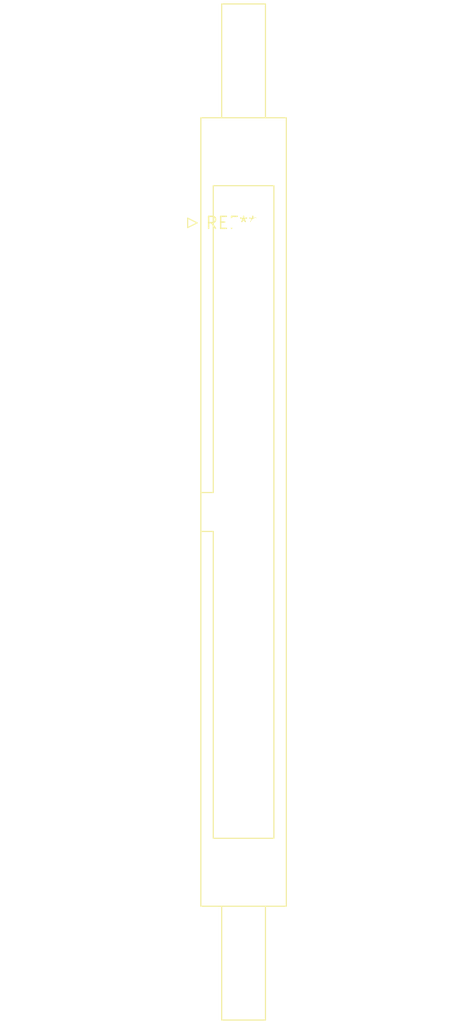
<source format=kicad_pcb>
(kicad_pcb (version 20240108) (generator pcbnew)
  (layers (0 "F.Cu" signal) (31 "B.Cu" signal) (34 "B.Paste" user) (35 "F.Paste" user) (36 "B.SilkS" user "B.Silkscreen") (37 "F.SilkS" user "F.Silkscreen") (38 "B.Mask" user) (39 "F.Mask" user) (44 "Edge.Cuts" user))
  (net 0 "")
  (footprint "IDC-Header_2x25_P2.54mm_Latch12.0mm_Vertical" (layer "F.Cu") (at 0 0)
    (property "Reference" "REF**")
    (property "Value" "IDC-Header_2x25_P2.54mm_Latch12.0mm_Vertical")
    (fp_line (start -4.63 -0.5) (end -4.63 0.5) (layer "F.SilkS") (stroke (width 0.12)))
    (fp_line (start -4.63 0.5) (end -3.63 0) (layer "F.SilkS") (stroke (width 0.12)))
    (fp_line (start -3.63 0) (end -4.63 -0.5) (layer "F.SilkS") (stroke (width 0.12)))
    (fp_line (start -3.24 -11.08) (end 5.78 -11.08) (layer "F.SilkS") (stroke (width 0.12)))
    (fp_line (start -3.24 28.43) (end -1.93 28.43) (layer "F.SilkS") (stroke (width 0.12)))
    (fp_line (start -3.24 72.04) (end -3.24 -11.08) (layer "F.SilkS") (stroke (width 0.12)))
    (fp_line (start -1.93 -3.92) (end 4.47 -3.92) (layer "F.SilkS") (stroke (width 0.12)))
    (fp_line (start -1.93 28.43) (end -1.93 -3.92) (layer "F.SilkS") (stroke (width 0.12)))
    (fp_line (start -1.93 32.53) (end -3.24 32.53) (layer "F.SilkS") (stroke (width 0.12)))
    (fp_line (start -1.93 32.53) (end -1.93 32.53) (layer "F.SilkS") (stroke (width 0.12)))
    (fp_line (start -1.93 64.88) (end -1.93 32.53) (layer "F.SilkS") (stroke (width 0.12)))
    (fp_line (start -1.04 -23.08) (end 3.58 -23.08) (layer "F.SilkS") (stroke (width 0.12)))
    (fp_line (start -1.04 -11.08) (end -1.04 -23.08) (layer "F.SilkS") (stroke (width 0.12)))
    (fp_line (start -1.04 72.04) (end -1.04 84.04) (layer "F.SilkS") (stroke (width 0.12)))
    (fp_line (start -1.04 84.04) (end 3.58 84.04) (layer "F.SilkS") (stroke (width 0.12)))
    (fp_line (start 3.58 -23.08) (end 3.58 -11.08) (layer "F.SilkS") (stroke (width 0.12)))
    (fp_line (start 3.58 84.04) (end 3.58 72.04) (layer "F.SilkS") (stroke (width 0.12)))
    (fp_line (start 4.47 -3.92) (end 4.47 64.88) (layer "F.SilkS") (stroke (width 0.12)))
    (fp_line (start 4.47 64.88) (end -1.93 64.88) (layer "F.SilkS") (stroke (width 0.12)))
    (fp_line (start 5.78 -11.08) (end 5.78 72.04) (layer "F.SilkS") (stroke (width 0.12)))
    (fp_line (start 5.78 72.04) (end -3.24 72.04) (layer "F.SilkS") (stroke (width 0.12)))
    (pad "1" thru_hole roundrect (at 0 0) (size 1.7 1.7) (drill 1) (layers *.Cu *.Mask) (remove_unused_layers) (roundrect_rratio 0.147059))
    (pad "2" thru_hole circle (at 2.54 0) (size 1.7 1.7) (drill 1) (layers *.Cu *.Mask) (remove_unused_layers))
    (pad "3" thru_hole circle (at 0 2.54) (size 1.7 1.7) (drill 1) (layers *.Cu *.Mask) (remove_unused_layers))
    (pad "4" thru_hole circle (at 2.54 2.54) (size 1.7 1.7) (drill 1) (layers *.Cu *.Mask) (remove_unused_layers))
    (pad "5" thru_hole circle (at 0 5.08) (size 1.7 1.7) (drill 1) (layers *.Cu *.Mask) (remove_unused_layers))
    (pad "6" thru_hole circle (at 2.54 5.08) (size 1.7 1.7) (drill 1) (layers *.Cu *.Mask) (remove_unused_layers))
    (pad "7" thru_hole circle (at 0 7.62) (size 1.7 1.7) (drill 1) (layers *.Cu *.Mask) (remove_unused_layers))
    (pad "8" thru_hole circle (at 2.54 7.62) (size 1.7 1.7) (drill 1) (layers *.Cu *.Mask) (remove_unused_layers))
    (pad "9" thru_hole circle (at 0 10.16) (size 1.7 1.7) (drill 1) (layers *.Cu *.Mask) (remove_unused_layers))
    (pad "10" thru_hole circle (at 2.54 10.16) (size 1.7 1.7) (drill 1) (layers *.Cu *.Mask) (remove_unused_layers))
    (pad "11" thru_hole circle (at 0 12.7) (size 1.7 1.7) (drill 1) (layers *.Cu *.Mask) (remove_unused_layers))
    (pad "12" thru_hole circle (at 2.54 12.7) (size 1.7 1.7) (drill 1) (layers *.Cu *.Mask) (remove_unused_layers))
    (pad "13" thru_hole circle (at 0 15.24) (size 1.7 1.7) (drill 1) (layers *.Cu *.Mask) (remove_unused_layers))
    (pad "14" thru_hole circle (at 2.54 15.24) (size 1.7 1.7) (drill 1) (layers *.Cu *.Mask) (remove_unused_layers))
    (pad "15" thru_hole circle (at 0 17.78) (size 1.7 1.7) (drill 1) (layers *.Cu *.Mask) (remove_unused_layers))
    (pad "16" thru_hole circle (at 2.54 17.78) (size 1.7 1.7) (drill 1) (layers *.Cu *.Mask) (remove_unused_layers))
    (pad "17" thru_hole circle (at 0 20.32) (size 1.7 1.7) (drill 1) (layers *.Cu *.Mask) (remove_unused_layers))
    (pad "18" thru_hole circle (at 2.54 20.32) (size 1.7 1.7) (drill 1) (layers *.Cu *.Mask) (remove_unused_layers))
    (pad "19" thru_hole circle (at 0 22.86) (size 1.7 1.7) (drill 1) (layers *.Cu *.Mask) (remove_unused_layers))
    (pad "20" thru_hole circle (at 2.54 22.86) (size 1.7 1.7) (drill 1) (layers *.Cu *.Mask) (remove_unused_layers))
    (pad "21" thru_hole circle (at 0 25.4) (size 1.7 1.7) (drill 1) (layers *.Cu *.Mask) (remove_unused_layers))
    (pad "22" thru_hole circle (at 2.54 25.4) (size 1.7 1.7) (drill 1) (layers *.Cu *.Mask) (remove_unused_layers))
    (pad "23" thru_hole circle (at 0 27.94) (size 1.7 1.7) (drill 1) (layers *.Cu *.Mask) (remove_unused_layers))
    (pad "24" thru_hole circle (at 2.54 27.94) (size 1.7 1.7) (drill 1) (layers *.Cu *.Mask) (remove_unused_layers))
    (pad "25" thru_hole circle (at 0 30.48) (size 1.7 1.7) (drill 1) (layers *.Cu *.Mask) (remove_unused_layers))
    (pad "26" thru_hole circle (at 2.54 30.48) (size 1.7 1.7) (drill 1) (layers *.Cu *.Mask) (remove_unused_layers))
    (pad "27" thru_hole circle (at 0 33.02) (size 1.7 1.7) (drill 1) (layers *.Cu *.Mask) (remove_unused_layers))
    (pad "28" thru_hole circle (at 2.54 33.02) (size 1.7 1.7) (drill 1) (layers *.Cu *.Mask) (remove_unused_layers))
    (pad "29" thru_hole circle (at 0 35.56) (size 1.7 1.7) (drill 1) (layers *.Cu *.Mask) (remove_unused_layers))
    (pad "30" thru_hole circle (at 2.54 35.56) (size 1.7 1.7) (drill 1) (layers *.Cu *.Mask) (remove_unused_layers))
    (pad "31" thru_hole circle (at 0 38.1) (size 1.7 1.7) (drill 1) (layers *.Cu *.Mask) (remove_unused_layers))
    (pad "32" thru_hole circle (at 2.54 38.1) (size 1.7 1.7) (drill 1) (layers *.Cu *.Mask) (remove_unused_layers))
    (pad "33" thru_hole circle (at 0 40.64) (size 1.7 1.7) (drill 1) (layers *.Cu *.Mask) (remove_unused_layers))
    (pad "34" thru_hole circle (at 2.54 40.64) (size 1.7 1.7) (drill 1) (layers *.Cu *.Mask) (remove_unused_layers))
    (pad "35" thru_hole circle (at 0 43.18) (size 1.7 1.7) (drill 1) (layers *.Cu *.Mask) (remove_unused_layers))
    (pad "36" thru_hole circle (at 2.54 43.18) (size 1.7 1.7) (drill 1) (layers *.Cu *.Mask) (remove_unused_layers))
    (pad "37" thru_hole circle (at 0 45.72) (size 1.7 1.7) (drill 1) (layers *.Cu *.Mask) (remove_unused_layers))
    (pad "38" thru_hole circle (at 2.54 45.72) (size 1.7 1.7) (drill 1) (layers *.Cu *.Mask) (remove_unused_layers))
    (pad "39" thru_hole circle (at 0 48.26) (size 1.7 1.7) (drill 1) (layers *.Cu *.Mask) (remove_unused_layers))
    (pad "40" thru_hole circle (at 2.54 48.26) (size 1.7 1.7) (drill 1) (layers *.Cu *.Mask) (remove_unused_layers))
    (pad "41" thru_hole circle (at 0 50.8) (size 1.7 1.7) (drill 1) (layers *.Cu *.Mask) (remove_unused_layers))
    (pad "42" thru_hole circle (at 2.54 50.8) (size 1.7 1.7) (drill 1) (layers *.Cu *.Mask) (remove_unused_layers))
    (pad "43" thru_hole circle (at 0 53.34) (size 1.7 1.7) (drill 1) (layers *.Cu *.Mask) (remove_unused_layers))
    (pad "44" thru_hole circle (at 2.54 53.34) (size 1.7 1.7) (drill 1) (layers *.Cu *.Mask) (remove_unused_layers))
    (pad "45" thru_hole circle (at 0 55.88) (size 1.7 1.7) (drill 1) (layers *.Cu *.Mask) (remove_unused_layers))
    (pad "46" thru_hole circle (at 2.54 55.88) (size 1.7 1.7) (drill 1) (layers *.Cu *.Mask) (remove_unused_layers))
    (pad "47" thru_hole circle (at 0 58.42) (size 1.7 1.7) (drill 1) (layers *.Cu *.Mask) (remove_unused_layers))
    (pad "48" thru_hole circle (at 2.54 58.42) (size 1.7 1.7) (drill 1) (layers *.Cu *.Mask) (remove_unused_layers))
    (pad "49" thru_hole circle (at 0 60.96) (size 1.7 1.7) (drill 1) (layers *.Cu *.Mask) (remove_unused_layers))
    (pad "50" thru_hole circle (at 2.54 60.96) (size 1.7 1.7) (drill 1) (layers *.Cu *.Mask) (remove_unused_layers))
  )
)
</source>
